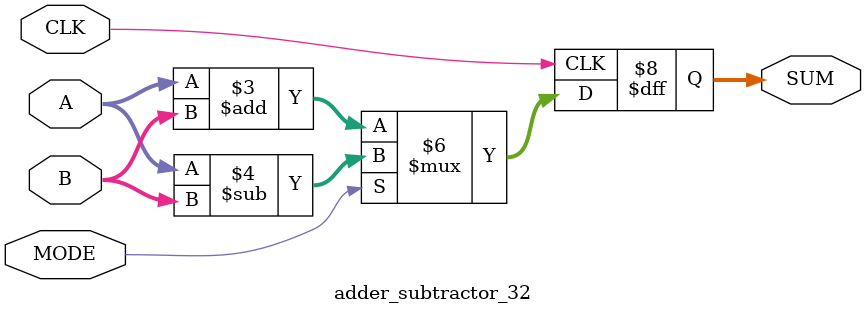
<source format=sv>
module adder_subtractor_32 (
  input logic CLK,
  input logic MODE,
  input logic [31:0] A, B,
  output logic [31:0] SUM
);

  always_ff @(posedge CLK) begin
    if (MODE == 0) SUM <= A + B;
    else SUM <= A - B;
  end
endmodule: adder_subtractor_32
</source>
